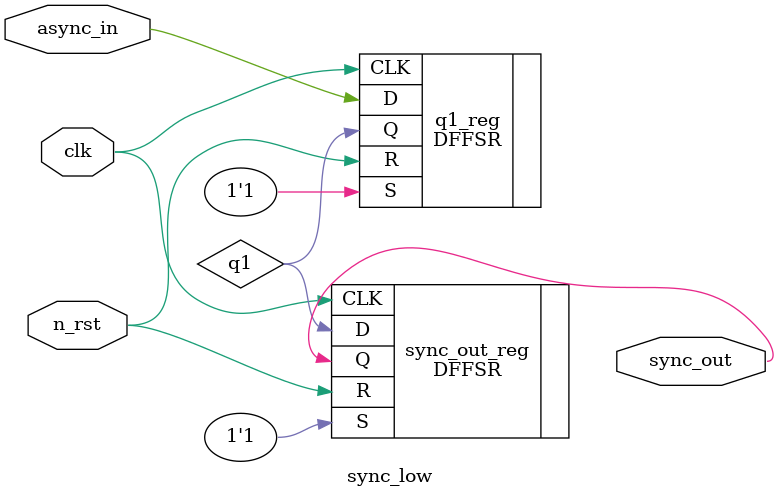
<source format=v>


module sync_low ( clk, n_rst, async_in, sync_out );
  input clk, n_rst, async_in;
  output sync_out;
  wire   q1;

  DFFSR q1_reg ( .D(async_in), .CLK(clk), .R(n_rst), .S(1'b1), .Q(q1) );
  DFFSR sync_out_reg ( .D(q1), .CLK(clk), .R(n_rst), .S(1'b1), .Q(sync_out) );
endmodule


</source>
